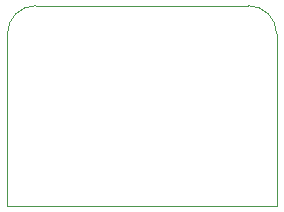
<source format=gm1>
G04 #@! TF.FileFunction,Profile,NP*
%FSLAX46Y46*%
G04 Gerber Fmt 4.6, Leading zero omitted, Abs format (unit mm)*
G04 Created by KiCad (PCBNEW 4.0.7) date 02/04/18 23:39:56*
%MOMM*%
%LPD*%
G01*
G04 APERTURE LIST*
%ADD10C,0.100000*%
G04 APERTURE END LIST*
D10*
X22800000Y14600000D02*
G75*
G03X20400000Y17000000I-2400000J0D01*
G01*
X2400000Y17000000D02*
G75*
G03X0Y14600000I0J-2400000D01*
G01*
X0Y0D02*
X0Y14600000D01*
X22800000Y0D02*
X0Y0D01*
X22800000Y14600000D02*
X22800000Y0D01*
X2400000Y17000000D02*
X20400000Y17000000D01*
M02*

</source>
